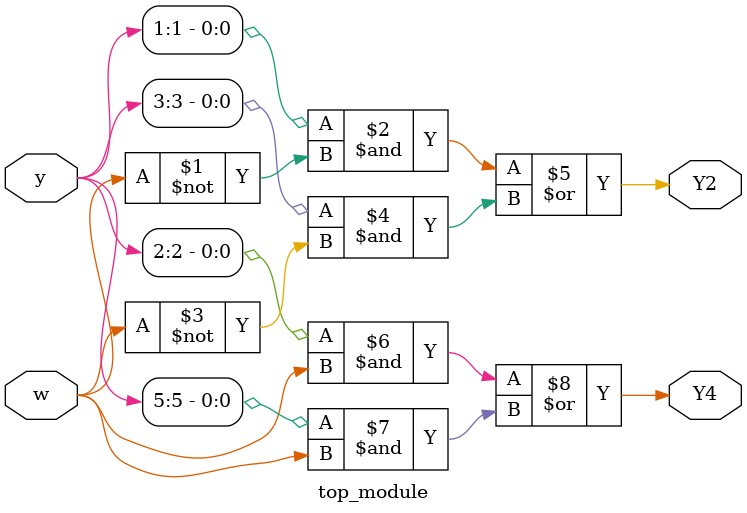
<source format=sv>
module top_module (
    input [6:1] y,
    input w,
    output Y2,
    output Y4
);

// Next-state logic for y[2] (state B and C)
assign Y2 = (y[1] & ~w) | (y[3] & ~w);

// Next-state logic for y[4] (state D and E)
assign Y4 = (y[2] & w) | (y[5] & w);

endmodule

</source>
